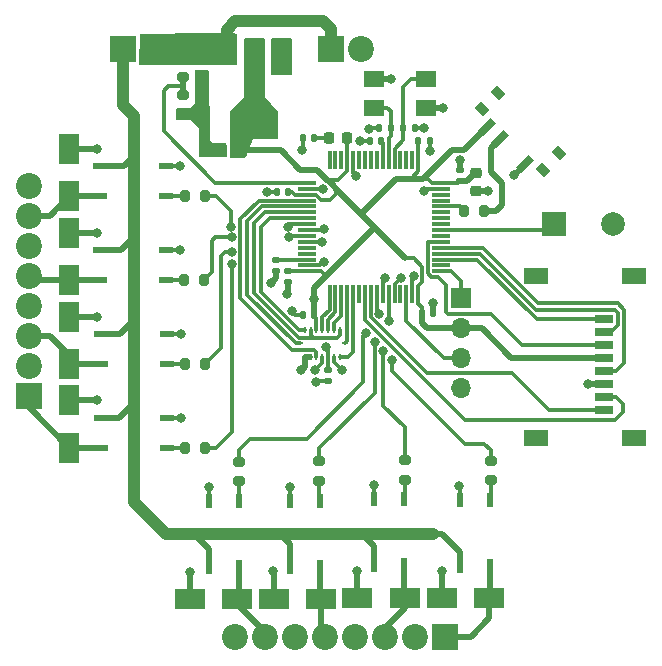
<source format=gtl>
G04 #@! TF.GenerationSoftware,KiCad,Pcbnew,(6.0.7)*
G04 #@! TF.CreationDate,2023-06-27T13:09:13-07:00*
G04 #@! TF.ProjectId,OBC-Attempt-5_Matcha_2_Layer_3,4f42432d-4174-4746-956d-70742d355f4d,rev?*
G04 #@! TF.SameCoordinates,Original*
G04 #@! TF.FileFunction,Copper,L1,Top*
G04 #@! TF.FilePolarity,Positive*
%FSLAX46Y46*%
G04 Gerber Fmt 4.6, Leading zero omitted, Abs format (unit mm)*
G04 Created by KiCad (PCBNEW (6.0.7)) date 2023-06-27 13:09:13*
%MOMM*%
%LPD*%
G01*
G04 APERTURE LIST*
G04 Aperture macros list*
%AMRoundRect*
0 Rectangle with rounded corners*
0 $1 Rounding radius*
0 $2 $3 $4 $5 $6 $7 $8 $9 X,Y pos of 4 corners*
0 Add a 4 corners polygon primitive as box body*
4,1,4,$2,$3,$4,$5,$6,$7,$8,$9,$2,$3,0*
0 Add four circle primitives for the rounded corners*
1,1,$1+$1,$2,$3*
1,1,$1+$1,$4,$5*
1,1,$1+$1,$6,$7*
1,1,$1+$1,$8,$9*
0 Add four rect primitives between the rounded corners*
20,1,$1+$1,$2,$3,$4,$5,0*
20,1,$1+$1,$4,$5,$6,$7,0*
20,1,$1+$1,$6,$7,$8,$9,0*
20,1,$1+$1,$8,$9,$2,$3,0*%
%AMRotRect*
0 Rectangle, with rotation*
0 The origin of the aperture is its center*
0 $1 length*
0 $2 width*
0 $3 Rotation angle, in degrees counterclockwise*
0 Add horizontal line*
21,1,$1,$2,0,0,$3*%
G04 Aperture macros list end*
G04 #@! TA.AperFunction,SMDPad,CuDef*
%ADD10RoundRect,0.200000X0.275000X-0.200000X0.275000X0.200000X-0.275000X0.200000X-0.275000X-0.200000X0*%
G04 #@! TD*
G04 #@! TA.AperFunction,SMDPad,CuDef*
%ADD11RoundRect,0.200000X-0.200000X-0.275000X0.200000X-0.275000X0.200000X0.275000X-0.200000X0.275000X0*%
G04 #@! TD*
G04 #@! TA.AperFunction,SMDPad,CuDef*
%ADD12R,1.800000X2.500000*%
G04 #@! TD*
G04 #@! TA.AperFunction,SMDPad,CuDef*
%ADD13RoundRect,0.140000X0.140000X0.170000X-0.140000X0.170000X-0.140000X-0.170000X0.140000X-0.170000X0*%
G04 #@! TD*
G04 #@! TA.AperFunction,SMDPad,CuDef*
%ADD14RoundRect,0.140000X-0.170000X0.140000X-0.170000X-0.140000X0.170000X-0.140000X0.170000X0.140000X0*%
G04 #@! TD*
G04 #@! TA.AperFunction,SMDPad,CuDef*
%ADD15R,0.254000X0.482600*%
G04 #@! TD*
G04 #@! TA.AperFunction,SMDPad,CuDef*
%ADD16R,0.482600X0.254000*%
G04 #@! TD*
G04 #@! TA.AperFunction,SMDPad,CuDef*
%ADD17R,1.300000X0.600000*%
G04 #@! TD*
G04 #@! TA.AperFunction,SMDPad,CuDef*
%ADD18R,0.600000X1.300000*%
G04 #@! TD*
G04 #@! TA.AperFunction,SMDPad,CuDef*
%ADD19R,1.500000X2.000000*%
G04 #@! TD*
G04 #@! TA.AperFunction,SMDPad,CuDef*
%ADD20R,3.800000X2.000000*%
G04 #@! TD*
G04 #@! TA.AperFunction,SMDPad,CuDef*
%ADD21RoundRect,0.140000X-0.140000X-0.170000X0.140000X-0.170000X0.140000X0.170000X-0.140000X0.170000X0*%
G04 #@! TD*
G04 #@! TA.AperFunction,SMDPad,CuDef*
%ADD22RoundRect,0.225000X0.225000X0.250000X-0.225000X0.250000X-0.225000X-0.250000X0.225000X-0.250000X0*%
G04 #@! TD*
G04 #@! TA.AperFunction,SMDPad,CuDef*
%ADD23RotRect,0.700000X1.500000X135.000000*%
G04 #@! TD*
G04 #@! TA.AperFunction,SMDPad,CuDef*
%ADD24RotRect,1.000000X0.800000X135.000000*%
G04 #@! TD*
G04 #@! TA.AperFunction,SMDPad,CuDef*
%ADD25RoundRect,0.225000X-0.250000X0.225000X-0.250000X-0.225000X0.250000X-0.225000X0.250000X0.225000X0*%
G04 #@! TD*
G04 #@! TA.AperFunction,SMDPad,CuDef*
%ADD26RoundRect,0.200000X-0.275000X0.200000X-0.275000X-0.200000X0.275000X-0.200000X0.275000X0.200000X0*%
G04 #@! TD*
G04 #@! TA.AperFunction,SMDPad,CuDef*
%ADD27R,2.500000X1.800000*%
G04 #@! TD*
G04 #@! TA.AperFunction,SMDPad,CuDef*
%ADD28RoundRect,0.140000X0.170000X-0.140000X0.170000X0.140000X-0.170000X0.140000X-0.170000X-0.140000X0*%
G04 #@! TD*
G04 #@! TA.AperFunction,SMDPad,CuDef*
%ADD29R,1.500000X0.800000*%
G04 #@! TD*
G04 #@! TA.AperFunction,SMDPad,CuDef*
%ADD30R,2.000000X1.450000*%
G04 #@! TD*
G04 #@! TA.AperFunction,SMDPad,CuDef*
%ADD31RoundRect,0.075000X-0.075000X0.700000X-0.075000X-0.700000X0.075000X-0.700000X0.075000X0.700000X0*%
G04 #@! TD*
G04 #@! TA.AperFunction,SMDPad,CuDef*
%ADD32RoundRect,0.075000X-0.700000X0.075000X-0.700000X-0.075000X0.700000X-0.075000X0.700000X0.075000X0*%
G04 #@! TD*
G04 #@! TA.AperFunction,SMDPad,CuDef*
%ADD33R,1.800000X1.400000*%
G04 #@! TD*
G04 #@! TA.AperFunction,SMDPad,CuDef*
%ADD34RoundRect,0.225000X0.250000X-0.225000X0.250000X0.225000X-0.250000X0.225000X-0.250000X-0.225000X0*%
G04 #@! TD*
G04 #@! TA.AperFunction,ComponentPad*
%ADD35R,2.200000X2.200000*%
G04 #@! TD*
G04 #@! TA.AperFunction,ComponentPad*
%ADD36C,2.200000*%
G04 #@! TD*
G04 #@! TA.AperFunction,ComponentPad*
%ADD37R,2.000000X2.000000*%
G04 #@! TD*
G04 #@! TA.AperFunction,ComponentPad*
%ADD38C,2.000000*%
G04 #@! TD*
G04 #@! TA.AperFunction,ComponentPad*
%ADD39R,1.700000X1.700000*%
G04 #@! TD*
G04 #@! TA.AperFunction,ComponentPad*
%ADD40O,1.700000X1.700000*%
G04 #@! TD*
G04 #@! TA.AperFunction,ViaPad*
%ADD41C,0.800000*%
G04 #@! TD*
G04 #@! TA.AperFunction,Conductor*
%ADD42C,0.300000*%
G04 #@! TD*
G04 #@! TA.AperFunction,Conductor*
%ADD43C,0.500000*%
G04 #@! TD*
G04 #@! TA.AperFunction,Conductor*
%ADD44C,1.000000*%
G04 #@! TD*
G04 APERTURE END LIST*
D10*
X53710000Y-65596600D03*
X53710000Y-63946600D03*
D11*
X42295000Y-48570000D03*
X43945000Y-48570000D03*
D12*
X32540000Y-48610000D03*
X32540000Y-44610000D03*
D13*
X58950000Y-36830000D03*
X57990000Y-36830000D03*
D14*
X50050000Y-46890000D03*
X50050000Y-47850000D03*
D12*
X32550000Y-55710000D03*
X32550000Y-51710000D03*
D15*
X55475000Y-55130700D03*
X54975001Y-55130700D03*
X54474999Y-55130700D03*
X53975000Y-55130700D03*
X53475001Y-55130700D03*
X52974999Y-55130700D03*
X52475000Y-55130700D03*
D16*
X52063700Y-53975000D03*
D15*
X52475000Y-52819300D03*
X52974999Y-52819300D03*
X53475001Y-52819300D03*
X53975000Y-52819300D03*
X54474999Y-52819300D03*
X54975001Y-52819300D03*
X55475000Y-52819300D03*
D16*
X55886300Y-53975000D03*
D17*
X40780000Y-41510000D03*
X40780000Y-38970000D03*
X35180000Y-38970000D03*
X35180000Y-41510000D03*
D13*
X53260000Y-51580000D03*
X52300000Y-51580000D03*
D18*
X60900000Y-67150000D03*
X58360000Y-67150000D03*
X58360000Y-72750000D03*
X60900000Y-72750000D03*
D19*
X50500000Y-29240000D03*
X48200000Y-29240000D03*
D20*
X48200000Y-35540000D03*
D19*
X45900000Y-29240000D03*
D11*
X42375000Y-62820000D03*
X44025000Y-62820000D03*
D18*
X46910000Y-67290000D03*
X44370000Y-67290000D03*
X44370000Y-72890000D03*
X46910000Y-72890000D03*
D21*
X62380000Y-51400000D03*
X63340000Y-51400000D03*
D10*
X68220000Y-65535000D03*
X68220000Y-63885000D03*
D22*
X46865000Y-37630000D03*
X45315000Y-37630000D03*
D18*
X68130000Y-67250000D03*
X65590000Y-67250000D03*
X65590000Y-72850000D03*
X68130000Y-72850000D03*
D17*
X40780000Y-48570000D03*
X40780000Y-46030000D03*
X35180000Y-46030000D03*
X35180000Y-48570000D03*
D10*
X46910400Y-65636599D03*
X46910400Y-63986599D03*
D14*
X54470000Y-56210000D03*
X54470000Y-57170000D03*
D13*
X51060000Y-41150000D03*
X50100000Y-41150000D03*
D23*
X71113553Y-38818427D03*
X68992233Y-36697107D03*
X67931573Y-35636447D03*
D24*
X72658582Y-39253298D03*
X74023298Y-37888582D03*
X68861418Y-32726702D03*
X67496702Y-34091418D03*
D25*
X43800000Y-29825000D03*
X43800000Y-31375000D03*
D21*
X62090000Y-36850000D03*
X63050000Y-36850000D03*
D10*
X60940400Y-65501600D03*
X60940400Y-63851600D03*
D17*
X40850000Y-55700000D03*
X40850000Y-53160000D03*
X35250000Y-53160000D03*
X35250000Y-55700000D03*
D26*
X42210000Y-29775000D03*
X42210000Y-31425000D03*
D12*
X32560000Y-62800000D03*
X32560000Y-58800000D03*
D22*
X56075000Y-36560000D03*
X54525000Y-36560000D03*
D27*
X60940000Y-75550000D03*
X56940000Y-75550000D03*
D13*
X59760000Y-35760000D03*
X58800000Y-35760000D03*
D11*
X42365000Y-55690000D03*
X44015000Y-55690000D03*
D13*
X53270000Y-36550000D03*
X52310000Y-36550000D03*
D27*
X53850000Y-75580000D03*
X49850000Y-75580000D03*
D11*
X42375000Y-41510000D03*
X44025000Y-41510000D03*
D27*
X46730000Y-75580000D03*
X42730000Y-75580000D03*
D11*
X66005000Y-42770000D03*
X67655000Y-42770000D03*
D28*
X65590000Y-40250000D03*
X65590000Y-39290000D03*
D29*
X77800000Y-51920000D03*
X77800000Y-53020000D03*
X77800000Y-54120000D03*
X77800000Y-55220000D03*
X77800000Y-56320000D03*
X77800000Y-57420000D03*
X77800000Y-58520000D03*
X77800000Y-59620000D03*
D30*
X80400000Y-61995000D03*
X80400000Y-48245000D03*
X72100000Y-61995000D03*
X72100000Y-48245000D03*
D27*
X68120000Y-75550000D03*
X64120000Y-75550000D03*
D31*
X62090000Y-38445000D03*
X61590000Y-38445000D03*
X61090000Y-38445000D03*
X60590000Y-38445000D03*
X60090000Y-38445000D03*
X59590000Y-38445000D03*
X59090000Y-38445000D03*
X58590000Y-38445000D03*
X58090000Y-38445000D03*
X57590000Y-38445000D03*
X57090000Y-38445000D03*
X56590000Y-38445000D03*
X56090000Y-38445000D03*
X55590000Y-38445000D03*
X55090000Y-38445000D03*
X54590000Y-38445000D03*
D32*
X52665000Y-40370000D03*
X52665000Y-40870000D03*
X52665000Y-41370000D03*
X52665000Y-41870000D03*
X52665000Y-42370000D03*
X52665000Y-42870000D03*
X52665000Y-43370000D03*
X52665000Y-43870000D03*
X52665000Y-44370000D03*
X52665000Y-44870000D03*
X52665000Y-45370000D03*
X52665000Y-45870000D03*
X52665000Y-46370000D03*
X52665000Y-46870000D03*
X52665000Y-47370000D03*
X52665000Y-47870000D03*
D31*
X54590000Y-49795000D03*
X55090000Y-49795000D03*
X55590000Y-49795000D03*
X56090000Y-49795000D03*
X56590000Y-49795000D03*
X57090000Y-49795000D03*
X57590000Y-49795000D03*
X58090000Y-49795000D03*
X58590000Y-49795000D03*
X59090000Y-49795000D03*
X59590000Y-49795000D03*
X60090000Y-49795000D03*
X60590000Y-49795000D03*
X61090000Y-49795000D03*
X61590000Y-49795000D03*
X62090000Y-49795000D03*
D32*
X64015000Y-47870000D03*
X64015000Y-47370000D03*
X64015000Y-46870000D03*
X64015000Y-46370000D03*
X64015000Y-45870000D03*
X64015000Y-45370000D03*
X64015000Y-44870000D03*
X64015000Y-44370000D03*
X64015000Y-43870000D03*
X64015000Y-43370000D03*
X64015000Y-42870000D03*
X64015000Y-42370000D03*
X64015000Y-41870000D03*
X64015000Y-41370000D03*
X64015000Y-40870000D03*
X64015000Y-40370000D03*
D14*
X51110000Y-47840000D03*
X51110000Y-48800000D03*
D33*
X62770000Y-31620000D03*
X58370000Y-31620000D03*
X58370000Y-34020000D03*
X62770000Y-34020000D03*
D34*
X66970000Y-41085000D03*
X66970000Y-39535000D03*
D17*
X40810000Y-62810000D03*
X40810000Y-60270000D03*
X35210000Y-60270000D03*
X35210000Y-62810000D03*
D18*
X53760000Y-67300000D03*
X51220000Y-67300000D03*
X51220000Y-72900000D03*
X53760000Y-72900000D03*
D21*
X60847605Y-35768426D03*
X61807605Y-35768426D03*
D26*
X42220000Y-32895000D03*
X42220000Y-34545000D03*
D12*
X32540000Y-41520000D03*
X32540000Y-37520000D03*
D35*
X37080000Y-29060000D03*
D36*
X39620000Y-29060000D03*
D37*
X73610000Y-43880000D03*
D38*
X78610000Y-43880000D03*
D39*
X65700000Y-50150000D03*
D40*
X65700000Y-52690000D03*
X65700000Y-55230000D03*
X65700000Y-57770000D03*
D35*
X29120000Y-58390000D03*
D36*
X29120000Y-55850000D03*
X29120000Y-53310000D03*
X29120000Y-50770000D03*
X29120000Y-48230000D03*
X29120000Y-45690000D03*
X29120000Y-43150000D03*
X29120000Y-40610000D03*
D35*
X64330400Y-78836600D03*
D36*
X61790400Y-78836600D03*
X59250400Y-78836600D03*
X56710400Y-78836600D03*
X54170400Y-78836600D03*
X51630400Y-78836600D03*
X49090400Y-78836600D03*
X46550400Y-78836600D03*
D35*
X54700000Y-29000000D03*
D36*
X57240000Y-29000000D03*
D41*
X59790000Y-31620000D03*
X50030000Y-30830000D03*
X64100000Y-73250000D03*
X76510000Y-57420000D03*
X55650000Y-56240000D03*
X58360000Y-65990000D03*
X57150000Y-36840000D03*
X41950000Y-38960000D03*
X50890000Y-30850000D03*
X65580000Y-66080000D03*
X42030000Y-53160000D03*
X62610000Y-35770000D03*
X43780000Y-32550000D03*
X34900000Y-51720000D03*
X61750000Y-48250000D03*
X52280000Y-37560000D03*
X44370000Y-66110000D03*
X52140000Y-56260000D03*
X56950000Y-73250000D03*
X34900000Y-58790000D03*
X54120000Y-47040000D03*
X63130000Y-37690000D03*
X64190000Y-34010000D03*
X62570000Y-41030000D03*
X49840000Y-73240000D03*
X54070000Y-40880000D03*
X51380000Y-51200000D03*
X43270000Y-34520000D03*
X41980000Y-60270000D03*
X67970000Y-41070000D03*
X65600000Y-38480000D03*
X53420000Y-57260000D03*
X42750000Y-73280000D03*
X49620000Y-48850000D03*
X44160000Y-37610000D03*
X53350000Y-56260000D03*
X56860000Y-39770000D03*
X57920000Y-35840000D03*
X49250000Y-41160000D03*
X63370000Y-50570000D03*
X34870000Y-37510000D03*
X50950000Y-49790000D03*
X70220000Y-39740000D03*
X34870000Y-44620000D03*
X41960000Y-46030000D03*
X51230000Y-66120000D03*
X54310000Y-54230000D03*
X53290000Y-50240000D03*
X51161063Y-44992016D03*
X46320206Y-44992101D03*
X54090000Y-44290000D03*
X46330000Y-46210000D03*
X51070000Y-44070000D03*
X46230000Y-44070000D03*
X53980000Y-45390000D03*
X46340000Y-47260000D03*
X57700000Y-53090000D03*
X58789699Y-51496801D03*
X59890000Y-55360000D03*
X60650000Y-48390000D03*
X58410000Y-53840000D03*
X59580000Y-52080000D03*
X59130000Y-54640000D03*
X59250000Y-48440000D03*
D42*
X64015000Y-44370000D02*
X73120000Y-44370000D01*
X73120000Y-44370000D02*
X73610000Y-43880000D01*
D43*
X34890000Y-58800000D02*
X34900000Y-58790000D01*
X32540000Y-44610000D02*
X34860000Y-44610000D01*
D42*
X53975000Y-55130700D02*
X53975000Y-55635000D01*
X51640000Y-51520000D02*
X51380000Y-51260000D01*
X53975000Y-55635000D02*
X53350000Y-56260000D01*
X58000000Y-35760000D02*
X58800000Y-35760000D01*
D43*
X49850000Y-75580000D02*
X49850000Y-73250000D01*
X64120000Y-73270000D02*
X64100000Y-73250000D01*
D42*
X63050000Y-37610000D02*
X63050000Y-36850000D01*
X61590000Y-49795000D02*
X61590000Y-48410000D01*
D43*
X50050000Y-47850000D02*
X50050000Y-48420000D01*
X59790000Y-31620000D02*
X58370000Y-31620000D01*
D42*
X41940000Y-38970000D02*
X40780000Y-38970000D01*
X63130000Y-37690000D02*
X63050000Y-37610000D01*
D43*
X32540000Y-37520000D02*
X34860000Y-37520000D01*
D42*
X54070000Y-40880000D02*
X54060000Y-40870000D01*
X61590000Y-48410000D02*
X61750000Y-48250000D01*
X51700000Y-51580000D02*
X51640000Y-51520000D01*
D43*
X63340000Y-50600000D02*
X63370000Y-50570000D01*
D42*
X40810000Y-60270000D02*
X41980000Y-60270000D01*
X62730000Y-40870000D02*
X62570000Y-41030000D01*
X56590000Y-39500000D02*
X56860000Y-39770000D01*
X57990000Y-36830000D02*
X57160000Y-36830000D01*
D43*
X71113553Y-38846447D02*
X71113553Y-38818427D01*
D42*
X52300000Y-51580000D02*
X51700000Y-51580000D01*
D43*
X34890000Y-51710000D02*
X34900000Y-51720000D01*
D42*
X41960000Y-46030000D02*
X40780000Y-46030000D01*
D43*
X56940000Y-73260000D02*
X56950000Y-73250000D01*
X70220000Y-39740000D02*
X71113553Y-38846447D01*
D42*
X44370000Y-66110000D02*
X44370000Y-67290000D01*
X64015000Y-40870000D02*
X62730000Y-40870000D01*
X51220000Y-66130000D02*
X51220000Y-67300000D01*
X58360000Y-67150000D02*
X58360000Y-65990000D01*
D43*
X64120000Y-75550000D02*
X64120000Y-73270000D01*
X56940000Y-75550000D02*
X56940000Y-73260000D01*
D42*
X56590000Y-38445000D02*
X56590000Y-39500000D01*
D43*
X49850000Y-73250000D02*
X49840000Y-73240000D01*
D42*
X53790000Y-47370000D02*
X54120000Y-47040000D01*
X54975001Y-55130700D02*
X54975001Y-55565001D01*
X50100000Y-41150000D02*
X49260000Y-41150000D01*
X41950000Y-38960000D02*
X41940000Y-38970000D01*
D43*
X65590000Y-38490000D02*
X65600000Y-38480000D01*
D42*
X52310000Y-37530000D02*
X52280000Y-37560000D01*
D43*
X34860000Y-44610000D02*
X34870000Y-44620000D01*
X52475000Y-55925000D02*
X52140000Y-56260000D01*
D42*
X40850000Y-53160000D02*
X42030000Y-53160000D01*
D43*
X51110000Y-48800000D02*
X51110000Y-49630000D01*
D42*
X51230000Y-66120000D02*
X51220000Y-66130000D01*
D43*
X65590000Y-39290000D02*
X65590000Y-38490000D01*
X32560000Y-58800000D02*
X34890000Y-58800000D01*
D42*
X62608426Y-35768426D02*
X61807605Y-35768426D01*
X65590000Y-66090000D02*
X65590000Y-67250000D01*
X51380000Y-51260000D02*
X51380000Y-51200000D01*
D43*
X64190000Y-34010000D02*
X64180000Y-34020000D01*
D42*
X54470000Y-57170000D02*
X53510000Y-57170000D01*
X65580000Y-66080000D02*
X65590000Y-66090000D01*
D43*
X67970000Y-41070000D02*
X67955000Y-41085000D01*
X52475000Y-55130700D02*
X52948001Y-55130700D01*
X42730000Y-75580000D02*
X42730000Y-73300000D01*
X50050000Y-48420000D02*
X49620000Y-48850000D01*
X63340000Y-51400000D02*
X63340000Y-50600000D01*
X34860000Y-37520000D02*
X34870000Y-37510000D01*
D42*
X52665000Y-47370000D02*
X53790000Y-47370000D01*
D43*
X76510000Y-57420000D02*
X77800000Y-57420000D01*
D42*
X54975001Y-55565001D02*
X55650000Y-56240000D01*
D43*
X64180000Y-34020000D02*
X62770000Y-34020000D01*
D42*
X57160000Y-36830000D02*
X57150000Y-36840000D01*
X53510000Y-57170000D02*
X53420000Y-57260000D01*
D43*
X52475000Y-55130700D02*
X52475000Y-55925000D01*
D42*
X52310000Y-36550000D02*
X52310000Y-37530000D01*
D43*
X42730000Y-73300000D02*
X42750000Y-73280000D01*
X32550000Y-51710000D02*
X34890000Y-51710000D01*
X51110000Y-49630000D02*
X50950000Y-49790000D01*
D42*
X62610000Y-35770000D02*
X62608426Y-35768426D01*
X49260000Y-41150000D02*
X49250000Y-41160000D01*
X57920000Y-35840000D02*
X58000000Y-35760000D01*
D43*
X67955000Y-41085000D02*
X66970000Y-41085000D01*
D42*
X54060000Y-40870000D02*
X52665000Y-40870000D01*
X53475001Y-52819300D02*
X53475001Y-51795001D01*
X52665000Y-41370000D02*
X53437803Y-41370000D01*
X53437803Y-41370000D02*
X53887803Y-41820000D01*
D43*
X53290000Y-49270000D02*
X53290000Y-50240000D01*
D42*
X62427000Y-47467000D02*
X61710000Y-46750000D01*
D43*
X69990000Y-55220000D02*
X67460000Y-52690000D01*
D42*
X65470000Y-40370000D02*
X65590000Y-40250000D01*
X62090000Y-38445000D02*
X62090000Y-39410000D01*
X54470000Y-56210000D02*
X54470000Y-55135699D01*
X61610000Y-39890000D02*
X61610000Y-40030000D01*
X54474999Y-54394999D02*
X54310000Y-54230000D01*
X62090000Y-49795000D02*
X62090000Y-50600000D01*
D43*
X54847000Y-40587000D02*
X55125000Y-40865000D01*
D42*
X62940000Y-40030000D02*
X62530000Y-40030000D01*
X51060000Y-41150000D02*
X51430000Y-41150000D01*
X55317000Y-40103000D02*
X54391844Y-40103000D01*
D43*
X46865000Y-37630000D02*
X50470000Y-37630000D01*
D42*
X62090000Y-39410000D02*
X61610000Y-39890000D01*
X64015000Y-40370000D02*
X63280000Y-40370000D01*
D43*
X55125000Y-40865000D02*
X57240000Y-42980000D01*
X64960000Y-37600000D02*
X62530000Y-40030000D01*
D42*
X62090000Y-50600000D02*
X62380000Y-50890000D01*
D43*
X52110000Y-39270000D02*
X53530000Y-39270000D01*
X57240000Y-42980000D02*
X58265000Y-44005000D01*
D42*
X53475001Y-51795001D02*
X53260000Y-51580000D01*
X62380000Y-50890000D02*
X62380000Y-51400000D01*
D43*
X61610000Y-40030000D02*
X62530000Y-40030000D01*
X62380000Y-52200000D02*
X62380000Y-51400000D01*
D42*
X51650000Y-41370000D02*
X52665000Y-41370000D01*
D43*
X66935000Y-39535000D02*
X66220000Y-40250000D01*
D42*
X62427000Y-48783000D02*
X62427000Y-47467000D01*
X54590000Y-41820000D02*
X55125000Y-41285000D01*
X62090000Y-49120000D02*
X62427000Y-48783000D01*
D43*
X66220000Y-40250000D02*
X65590000Y-40250000D01*
X58265000Y-44005000D02*
X61000000Y-46740000D01*
D42*
X56090000Y-39330000D02*
X55317000Y-40103000D01*
D43*
X54391844Y-40103000D02*
X54847000Y-40558156D01*
D42*
X52635000Y-47840000D02*
X52665000Y-47870000D01*
D43*
X50470000Y-37630000D02*
X52110000Y-39270000D01*
X54280000Y-48280000D02*
X53290000Y-49270000D01*
X54363000Y-40103000D02*
X54391844Y-40103000D01*
D42*
X56075000Y-36560000D02*
X56075000Y-38430000D01*
X62090000Y-38445000D02*
X62090000Y-36850000D01*
D43*
X65968020Y-37600000D02*
X64960000Y-37600000D01*
X60190000Y-40030000D02*
X61610000Y-40030000D01*
D42*
X53887803Y-41820000D02*
X54590000Y-41820000D01*
D43*
X53290000Y-50240000D02*
X53290000Y-51550000D01*
X62870000Y-52690000D02*
X62380000Y-52200000D01*
D42*
X62090000Y-49795000D02*
X62090000Y-49120000D01*
D43*
X67460000Y-52690000D02*
X65700000Y-52690000D01*
D42*
X53870000Y-47870000D02*
X54280000Y-48280000D01*
X56090000Y-38445000D02*
X56090000Y-39330000D01*
D43*
X53530000Y-39270000D02*
X54363000Y-40103000D01*
D42*
X56075000Y-38430000D02*
X56090000Y-38445000D01*
X55125000Y-41285000D02*
X55125000Y-40865000D01*
X61710000Y-46750000D02*
X60960000Y-46750000D01*
X64015000Y-40370000D02*
X65470000Y-40370000D01*
D43*
X66970000Y-39535000D02*
X66935000Y-39535000D01*
X57240000Y-42980000D02*
X60190000Y-40030000D01*
D42*
X52665000Y-47870000D02*
X53870000Y-47870000D01*
X51430000Y-41150000D02*
X51650000Y-41370000D01*
D43*
X67931573Y-35636447D02*
X65968020Y-37600000D01*
X54847000Y-40558156D02*
X54847000Y-40587000D01*
X53290000Y-51550000D02*
X53260000Y-51580000D01*
X58265000Y-44005000D02*
X58265000Y-44295000D01*
X58265000Y-44295000D02*
X54280000Y-48280000D01*
D42*
X51110000Y-47840000D02*
X52635000Y-47840000D01*
D43*
X65700000Y-52690000D02*
X62870000Y-52690000D01*
X77800000Y-55220000D02*
X69990000Y-55220000D01*
D42*
X54474999Y-55130700D02*
X54474999Y-54394999D01*
X63280000Y-40370000D02*
X62940000Y-40030000D01*
X50070000Y-46870000D02*
X50050000Y-46890000D01*
X52665000Y-46870000D02*
X50070000Y-46870000D01*
X53270000Y-36550000D02*
X54515000Y-36550000D01*
X54515000Y-36550000D02*
X54525000Y-36560000D01*
X59090000Y-36970000D02*
X59090000Y-38445000D01*
X58950000Y-36830000D02*
X59090000Y-36970000D01*
X60090000Y-38445000D02*
X60090000Y-37530000D01*
X62770000Y-31620000D02*
X61520000Y-31620000D01*
X60847605Y-36772395D02*
X60847605Y-35768426D01*
X60090000Y-37530000D02*
X60847605Y-36772395D01*
X60847605Y-32292395D02*
X60847605Y-35768426D01*
X61520000Y-31620000D02*
X60847605Y-32292395D01*
X59760000Y-34330000D02*
X59760000Y-35760000D01*
X58370000Y-34020000D02*
X59450000Y-34020000D01*
X59590000Y-36570000D02*
X59760000Y-36400000D01*
X59760000Y-36400000D02*
X59760000Y-35760000D01*
X59450000Y-34020000D02*
X59760000Y-34330000D01*
X59590000Y-38445000D02*
X59590000Y-36570000D01*
D43*
X64080000Y-70110000D02*
X63380000Y-70110000D01*
X36860000Y-53160000D02*
X38010000Y-52010000D01*
X35180000Y-38970000D02*
X37160000Y-38970000D01*
X35210000Y-60270000D02*
X36790000Y-60270000D01*
D44*
X57370000Y-70110000D02*
X63380000Y-70110000D01*
X37080000Y-33800000D02*
X38010000Y-34730000D01*
D43*
X44370000Y-72890000D02*
X44370000Y-71410000D01*
X37160000Y-38970000D02*
X38010000Y-38120000D01*
X35250000Y-53160000D02*
X36860000Y-53160000D01*
X51220000Y-72900000D02*
X51220000Y-70910000D01*
X65590000Y-72850000D02*
X65590000Y-71620000D01*
X58360000Y-71100000D02*
X57370000Y-70110000D01*
D44*
X37080000Y-29060000D02*
X37080000Y-33800000D01*
D43*
X35180000Y-46030000D02*
X36950000Y-46030000D01*
D44*
X38010000Y-34730000D02*
X38010000Y-38120000D01*
D43*
X51220000Y-70910000D02*
X50420000Y-70110000D01*
D44*
X50420000Y-70110000D02*
X57370000Y-70110000D01*
D43*
X36790000Y-60270000D02*
X38010000Y-59050000D01*
X36950000Y-46030000D02*
X38010000Y-44970000D01*
X44370000Y-71410000D02*
X43070000Y-70110000D01*
D44*
X38010000Y-59050000D02*
X38010000Y-67420000D01*
X38010000Y-38120000D02*
X38010000Y-44970000D01*
X38010000Y-52010000D02*
X38010000Y-59050000D01*
D43*
X65590000Y-71620000D02*
X64080000Y-70110000D01*
D44*
X38010000Y-44970000D02*
X38010000Y-52010000D01*
D43*
X58360000Y-72750000D02*
X58360000Y-71100000D01*
D44*
X40700000Y-70110000D02*
X43070000Y-70110000D01*
X38010000Y-67420000D02*
X40700000Y-70110000D01*
X43070000Y-70110000D02*
X50420000Y-70110000D01*
D43*
X30910000Y-43150000D02*
X29120000Y-43150000D01*
X32540000Y-41520000D02*
X35170000Y-41520000D01*
X35170000Y-41520000D02*
X35180000Y-41510000D01*
X32540000Y-41520000D02*
X30910000Y-43150000D01*
X35210000Y-62810000D02*
X32570000Y-62810000D01*
X32560000Y-62800000D02*
X29120000Y-59360000D01*
X32570000Y-62810000D02*
X32560000Y-62800000D01*
X29120000Y-59360000D02*
X29120000Y-58390000D01*
X32540000Y-48610000D02*
X29500000Y-48610000D01*
X29500000Y-48610000D02*
X29120000Y-48230000D01*
X35180000Y-48570000D02*
X32580000Y-48570000D01*
X32580000Y-48570000D02*
X32540000Y-48610000D01*
X30940000Y-53310000D02*
X29120000Y-53310000D01*
X32550000Y-54920000D02*
X30940000Y-53310000D01*
X32560000Y-55700000D02*
X32550000Y-55710000D01*
X32550000Y-55710000D02*
X32550000Y-54920000D01*
X35250000Y-55700000D02*
X32560000Y-55700000D01*
X53760000Y-75490000D02*
X53850000Y-75580000D01*
X53760000Y-72900000D02*
X53760000Y-75490000D01*
X53850000Y-75580000D02*
X53850000Y-78516200D01*
X53850000Y-78516200D02*
X54170400Y-78836600D01*
X60900000Y-72750000D02*
X60900000Y-75510000D01*
X60900000Y-75510000D02*
X60940000Y-75550000D01*
X60940000Y-76410000D02*
X59250400Y-78099600D01*
X59250400Y-78099600D02*
X59250400Y-78836600D01*
X60940000Y-75550000D02*
X60940000Y-76410000D01*
X46910000Y-75400000D02*
X46730000Y-75580000D01*
X46730000Y-75580000D02*
X46730000Y-76030000D01*
X46910000Y-72890000D02*
X46910000Y-75400000D01*
X46730000Y-76030000D02*
X49090400Y-78390400D01*
X49090400Y-78390400D02*
X49090400Y-78836600D01*
D42*
X64260000Y-55230000D02*
X65700000Y-55230000D01*
X61090000Y-49795000D02*
X61090000Y-52060000D01*
X61090000Y-52060000D02*
X64260000Y-55230000D01*
X64860000Y-47870000D02*
X65700000Y-48710000D01*
X64015000Y-47870000D02*
X64860000Y-47870000D01*
X65700000Y-48710000D02*
X65700000Y-50150000D01*
X72110000Y-51920000D02*
X67060000Y-46870000D01*
X67060000Y-46870000D02*
X64015000Y-46870000D01*
X77800000Y-51920000D02*
X72110000Y-51920000D01*
X78714000Y-51130000D02*
X72060000Y-51130000D01*
X67300000Y-46370000D02*
X64015000Y-46370000D01*
X78404000Y-53020000D02*
X78980000Y-52444000D01*
X78980000Y-51396000D02*
X78714000Y-51130000D01*
X72060000Y-51130000D02*
X67300000Y-46370000D01*
X78980000Y-52444000D02*
X78980000Y-51396000D01*
X77800000Y-53020000D02*
X78404000Y-53020000D01*
X64580000Y-51440000D02*
X64430000Y-51290000D01*
X70900000Y-54120000D02*
X68220000Y-51440000D01*
X68220000Y-51440000D02*
X64580000Y-51440000D01*
X62890000Y-48017803D02*
X62890000Y-45370000D01*
X63760000Y-48340000D02*
X63212197Y-48340000D01*
X62890000Y-45370000D02*
X64015000Y-45370000D01*
X64430000Y-49010000D02*
X63760000Y-48340000D01*
X64430000Y-51290000D02*
X64430000Y-49010000D01*
X77800000Y-54120000D02*
X70900000Y-54120000D01*
X63212197Y-48340000D02*
X62890000Y-48017803D01*
X78800000Y-56320000D02*
X79520000Y-55600000D01*
X72270000Y-50560000D02*
X67580000Y-45870000D01*
X79520000Y-55600000D02*
X79520000Y-51110000D01*
X78970000Y-50560000D02*
X72270000Y-50560000D01*
X79520000Y-51110000D02*
X78970000Y-50560000D01*
X77800000Y-56320000D02*
X78800000Y-56320000D01*
X67580000Y-45870000D02*
X64015000Y-45870000D01*
X57590000Y-51970000D02*
X57590000Y-49795000D01*
X79470000Y-59760000D02*
X78790000Y-60440000D01*
X66060000Y-60440000D02*
X57590000Y-51970000D01*
X79470000Y-59140000D02*
X79470000Y-59760000D01*
X78850000Y-58520000D02*
X79470000Y-59140000D01*
X77800000Y-58520000D02*
X78850000Y-58520000D01*
X78790000Y-60440000D02*
X66060000Y-60440000D01*
X73150000Y-59620000D02*
X77800000Y-59620000D01*
X62836181Y-56500000D02*
X70030000Y-56500000D01*
X70030000Y-56500000D02*
X73150000Y-59620000D01*
X58090000Y-51753819D02*
X62836181Y-56500000D01*
X58090000Y-49795000D02*
X58090000Y-51753819D01*
D44*
X45900000Y-27430000D02*
X45900000Y-29240000D01*
X54700000Y-29000000D02*
X54700000Y-27340000D01*
X46620000Y-26710000D02*
X45900000Y-27430000D01*
X54070000Y-26710000D02*
X46620000Y-26710000D01*
X54700000Y-27340000D02*
X54070000Y-26710000D01*
D42*
X42295000Y-48570000D02*
X40780000Y-48570000D01*
X51283079Y-44870000D02*
X51161063Y-44992016D01*
X46320206Y-44992101D02*
X44887899Y-44992101D01*
X44600000Y-45280000D02*
X44600000Y-47950000D01*
X44887899Y-44992101D02*
X44600000Y-45280000D01*
X52665000Y-44870000D02*
X51283079Y-44870000D01*
X44600000Y-47950000D02*
X43980000Y-48570000D01*
X43980000Y-48570000D02*
X43945000Y-48570000D01*
X42365000Y-55690000D02*
X40860000Y-55690000D01*
X40860000Y-55690000D02*
X40850000Y-55700000D01*
X45390000Y-54315000D02*
X44015000Y-55690000D01*
X45760000Y-46210000D02*
X45390000Y-46580000D01*
X52665000Y-44370000D02*
X54010000Y-44370000D01*
X54010000Y-44370000D02*
X54090000Y-44290000D01*
X45390000Y-46580000D02*
X45390000Y-54315000D01*
X46330000Y-46210000D02*
X45760000Y-46210000D01*
X42375000Y-41510000D02*
X40780000Y-41510000D01*
X46230000Y-44070000D02*
X46230000Y-42730000D01*
X45010000Y-41510000D02*
X44025000Y-41510000D01*
X52665000Y-43870000D02*
X51270000Y-43870000D01*
X46230000Y-42730000D02*
X45010000Y-41510000D01*
X51270000Y-43870000D02*
X51070000Y-44070000D01*
X40820000Y-62820000D02*
X40810000Y-62810000D01*
X42375000Y-62820000D02*
X40820000Y-62820000D01*
X52665000Y-45370000D02*
X53960000Y-45370000D01*
X53960000Y-45370000D02*
X53980000Y-45390000D01*
X46340000Y-47260000D02*
X46340000Y-61430000D01*
X46340000Y-61430000D02*
X44950000Y-62820000D01*
X44950000Y-62820000D02*
X44025000Y-62820000D01*
X65605000Y-42370000D02*
X66005000Y-42770000D01*
X64015000Y-42370000D02*
X65605000Y-42370000D01*
D43*
X69200000Y-40370000D02*
X69200000Y-42280000D01*
X68260000Y-39430000D02*
X69200000Y-40370000D01*
X68710000Y-42770000D02*
X67655000Y-42770000D01*
X68992233Y-36697107D02*
X68260000Y-37429340D01*
X69200000Y-42280000D02*
X68710000Y-42770000D01*
X68260000Y-37429340D02*
X68260000Y-39430000D01*
D42*
X46910400Y-65636599D02*
X46910400Y-67289600D01*
X46910400Y-67289600D02*
X46910000Y-67290000D01*
X52650000Y-62050000D02*
X47830000Y-62050000D01*
X57440000Y-53350000D02*
X57440000Y-57260000D01*
X47830000Y-62050000D02*
X46910400Y-62969600D01*
X46910400Y-62969600D02*
X46910400Y-63986599D01*
X57440000Y-57260000D02*
X52650000Y-62050000D01*
X57700000Y-53090000D02*
X57440000Y-53350000D01*
X58590000Y-51297102D02*
X58590000Y-49795000D01*
X58789699Y-51496801D02*
X58590000Y-51297102D01*
X68220000Y-65535000D02*
X68220000Y-67160000D01*
X68220000Y-67160000D02*
X68130000Y-67250000D01*
X67660000Y-62470000D02*
X68220000Y-63030000D01*
X59890000Y-55360000D02*
X59890000Y-56320000D01*
X68220000Y-63030000D02*
X68220000Y-63885000D01*
X66040000Y-62470000D02*
X67660000Y-62470000D01*
X60090000Y-48950000D02*
X60650000Y-48390000D01*
X59890000Y-56320000D02*
X66040000Y-62470000D01*
X60090000Y-49795000D02*
X60090000Y-48950000D01*
X53710000Y-67250000D02*
X53760000Y-67300000D01*
X53710000Y-65596600D02*
X53710000Y-67250000D01*
X58410000Y-53840000D02*
X58410000Y-58160000D01*
X58410000Y-58160000D02*
X53710000Y-62860000D01*
X59590000Y-49795000D02*
X59590000Y-52070000D01*
X53710000Y-62860000D02*
X53710000Y-63946600D01*
X59590000Y-52070000D02*
X59580000Y-52080000D01*
X60940400Y-65501600D02*
X60940400Y-67109600D01*
X60940400Y-67109600D02*
X60900000Y-67150000D01*
X60940400Y-61070400D02*
X60940400Y-63851600D01*
X59130000Y-54640000D02*
X59130000Y-59260000D01*
X59130000Y-59260000D02*
X60940400Y-61070400D01*
X59090000Y-49795000D02*
X59090000Y-48600000D01*
X59090000Y-48600000D02*
X59250000Y-48440000D01*
X40910000Y-32190000D02*
X42110000Y-32190000D01*
D43*
X42210000Y-31425000D02*
X42210000Y-32090000D01*
D42*
X40530000Y-35980000D02*
X40530000Y-32570000D01*
D43*
X42210000Y-32090000D02*
X42210000Y-32885000D01*
D42*
X42110000Y-32190000D02*
X42210000Y-32090000D01*
X44920000Y-40370000D02*
X40530000Y-35980000D01*
X52665000Y-40370000D02*
X44920000Y-40370000D01*
X40530000Y-32570000D02*
X40910000Y-32190000D01*
D43*
X42210000Y-32885000D02*
X42220000Y-32895000D01*
D42*
X56090000Y-49795000D02*
X56090000Y-53771300D01*
X56090000Y-53771300D02*
X55886300Y-53975000D01*
X49130000Y-42870000D02*
X48190000Y-43810000D01*
X55475000Y-53241601D02*
X55206601Y-53510000D01*
X48190000Y-49720000D02*
X51980000Y-53510000D01*
X52974999Y-53241598D02*
X52974999Y-52819300D01*
X55206601Y-53510000D02*
X53243401Y-53510000D01*
X53243401Y-53510000D02*
X52974999Y-53241598D01*
X51980000Y-53510000D02*
X53243401Y-53510000D01*
X48190000Y-43810000D02*
X48190000Y-49720000D01*
X55475000Y-52819300D02*
X55475000Y-53241601D01*
X52665000Y-42870000D02*
X49130000Y-42870000D01*
X55590000Y-49795000D02*
X55590000Y-51630000D01*
X54975001Y-52244999D02*
X54975001Y-52819300D01*
X55590000Y-51630000D02*
X54975001Y-52244999D01*
X55090000Y-49795000D02*
X55090000Y-51330000D01*
X54474999Y-51945001D02*
X54474999Y-52819300D01*
X55090000Y-51330000D02*
X54474999Y-51945001D01*
X54590000Y-51120000D02*
X54590000Y-49795000D01*
X53975000Y-52819300D02*
X53975000Y-51735000D01*
X53975000Y-51735000D02*
X54590000Y-51120000D01*
X48780000Y-49630000D02*
X48780000Y-44100000D01*
X52475000Y-52819300D02*
X51969300Y-52819300D01*
X51969300Y-52819300D02*
X48780000Y-49630000D01*
X49510000Y-43370000D02*
X52665000Y-43370000D01*
X48780000Y-44100000D02*
X49510000Y-43370000D01*
X48870000Y-42370000D02*
X47620000Y-43620000D01*
X51715000Y-53975000D02*
X52063700Y-53975000D01*
X47620000Y-49880000D02*
X51715000Y-53975000D01*
X47620000Y-43620000D02*
X47620000Y-49880000D01*
X52665000Y-42370000D02*
X48870000Y-42370000D01*
X53256599Y-54490000D02*
X51440000Y-54490000D01*
X47040000Y-50090000D02*
X47040000Y-43420000D01*
X51440000Y-54490000D02*
X47040000Y-50090000D01*
X53475001Y-54708402D02*
X53256599Y-54490000D01*
X53475001Y-55130700D02*
X53475001Y-54708402D01*
X48590000Y-41870000D02*
X52665000Y-41870000D01*
X47040000Y-43420000D02*
X48590000Y-41870000D01*
X56590000Y-54710000D02*
X56169300Y-55130700D01*
X56169300Y-55130700D02*
X55475000Y-55130700D01*
X56590000Y-49795000D02*
X56590000Y-54710000D01*
D43*
X68130000Y-72850000D02*
X68130000Y-75540000D01*
X68120000Y-77240000D02*
X66523400Y-78836600D01*
X68130000Y-75540000D02*
X68120000Y-75550000D01*
X66523400Y-78836600D02*
X64330400Y-78836600D01*
X68120000Y-75550000D02*
X68120000Y-77240000D01*
G04 #@! TA.AperFunction,Conductor*
G36*
X51322188Y-28130002D02*
G01*
X51368681Y-28183658D01*
X51380067Y-28235933D01*
X51381606Y-31138956D01*
X51361640Y-31207088D01*
X51308009Y-31253609D01*
X51256322Y-31265021D01*
X49748321Y-31273589D01*
X49680088Y-31253974D01*
X49633291Y-31200584D01*
X49621605Y-31147658D01*
X49620067Y-28236067D01*
X49640033Y-28167935D01*
X49693664Y-28121414D01*
X49746067Y-28110000D01*
X51254067Y-28110000D01*
X51322188Y-28130002D01*
G37*
G04 #@! TD.AperFunction*
G04 #@! TA.AperFunction,Conductor*
G36*
X44333795Y-30810002D02*
G01*
X44380288Y-30863658D01*
X44391663Y-30914315D01*
X44470000Y-36770000D01*
X44750000Y-37020000D01*
X45744000Y-37020000D01*
X45812121Y-37040002D01*
X45858614Y-37093658D01*
X45870000Y-37146000D01*
X45870000Y-38094255D01*
X45849998Y-38162376D01*
X45796342Y-38208869D01*
X45744256Y-38220255D01*
X45238475Y-38221280D01*
X43687467Y-38224423D01*
X43619306Y-38204559D01*
X43572705Y-38150997D01*
X43561223Y-38100076D01*
X43548021Y-37093658D01*
X43530000Y-35720000D01*
X42860000Y-35070000D01*
X42849209Y-35070086D01*
X42849208Y-35070086D01*
X41735815Y-35078993D01*
X41667536Y-35059536D01*
X41620616Y-35006254D01*
X41608813Y-34954186D01*
X41601200Y-34147189D01*
X41620558Y-34078882D01*
X41673773Y-34031885D01*
X41727194Y-34020000D01*
X42800000Y-34020000D01*
X42809199Y-34011980D01*
X42809200Y-34011980D01*
X43176345Y-33691905D01*
X43176346Y-33691904D01*
X43190000Y-33680000D01*
X43190000Y-30916000D01*
X43210002Y-30847879D01*
X43263658Y-30801386D01*
X43316000Y-30790000D01*
X44265674Y-30790000D01*
X44333795Y-30810002D01*
G37*
G04 #@! TD.AperFunction*
G04 #@! TA.AperFunction,Conductor*
G36*
X46674690Y-27730137D02*
G01*
X46721313Y-27783679D01*
X46732795Y-27833448D01*
X46787097Y-30231766D01*
X46768642Y-30300322D01*
X46716052Y-30348017D01*
X46661735Y-30360617D01*
X38607557Y-30399386D01*
X38539341Y-30379712D01*
X38492591Y-30326280D01*
X38480955Y-30272443D01*
X38499066Y-27854753D01*
X38519577Y-27786784D01*
X38573580Y-27740694D01*
X38624756Y-27729697D01*
X44303325Y-27715897D01*
X46606521Y-27710300D01*
X46674690Y-27730137D01*
G37*
G04 #@! TD.AperFunction*
G04 #@! TA.AperFunction,Conductor*
G36*
X48954968Y-28109290D02*
G01*
X49022974Y-28129679D01*
X49069161Y-28183598D01*
X49080252Y-28235034D01*
X49089955Y-33047483D01*
X49090000Y-33070000D01*
X49098096Y-33079374D01*
X50199360Y-34354522D01*
X50228747Y-34419151D01*
X50230000Y-34436878D01*
X50230000Y-36544000D01*
X50209998Y-36612121D01*
X50156342Y-36658614D01*
X50104000Y-36670000D01*
X48140000Y-36670000D01*
X48132549Y-36687203D01*
X47492606Y-38164718D01*
X47447177Y-38219278D01*
X47377962Y-38240636D01*
X46296976Y-38249016D01*
X46228703Y-38229543D01*
X46181796Y-38176249D01*
X46170000Y-38123020D01*
X46170000Y-34456392D01*
X46190002Y-34388271D01*
X46200083Y-34374685D01*
X47308254Y-33073789D01*
X47320000Y-33060000D01*
X47320000Y-28226718D01*
X47340002Y-28158597D01*
X47393658Y-28112104D01*
X47446716Y-28100720D01*
X48954968Y-28109290D01*
G37*
G04 #@! TD.AperFunction*
M02*

</source>
